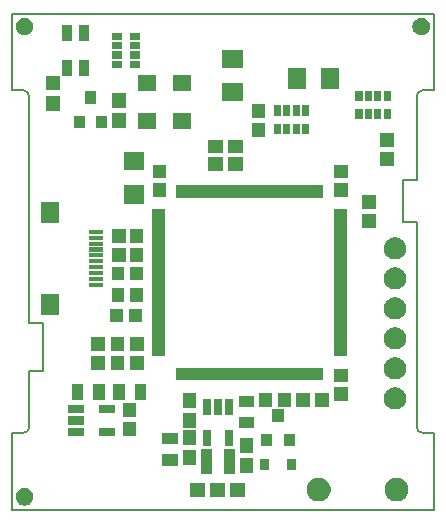
<source format=gbr>
%TF.GenerationSoftware,KiCad,Pcbnew,5.0.2-bee76a0~70~ubuntu18.04.1*%
%TF.CreationDate,2020-02-29T17:30:31-08:00*%
%TF.ProjectId,base,62617365-2e6b-4696-9361-645f70636258,rev?*%
%TF.SameCoordinates,Original*%
%TF.FileFunction,Soldermask,Top*%
%TF.FilePolarity,Negative*%
%FSLAX46Y46*%
G04 Gerber Fmt 4.6, Leading zero omitted, Abs format (unit mm)*
G04 Created by KiCad (PCBNEW 5.0.2-bee76a0~70~ubuntu18.04.1) date Sat 29 Feb 2020 05:30:31 PM PST*
%MOMM*%
%LPD*%
G01*
G04 APERTURE LIST*
%ADD10C,0.150000*%
%ADD11C,0.100000*%
G04 APERTURE END LIST*
D10*
X131000500Y-114280540D02*
X131000500Y-118280540D01*
X162651441Y-102162541D02*
X162651441Y-95050541D01*
X161502382Y-105714800D02*
X162651441Y-105714800D01*
X161502382Y-102162541D02*
X162651441Y-102162541D01*
X129851441Y-123050540D02*
G75*
G02X129351441Y-123550540I-500000J0D01*
G01*
X129351441Y-94550541D02*
G75*
G02X129851441Y-95050541I0J-500000D01*
G01*
X162651441Y-95050541D02*
G75*
G02X163151441Y-94550541I500000J0D01*
G01*
X163151441Y-123550540D02*
G75*
G02X162651441Y-123050540I0J500000D01*
G01*
X128351441Y-88050540D02*
X128351441Y-94550540D01*
X163151441Y-94550541D02*
X164151441Y-94550540D01*
X162651441Y-123050540D02*
X162651441Y-105714800D01*
X164151441Y-123550540D02*
X163151441Y-123550540D01*
X164151441Y-94550540D02*
X164151440Y-88050541D01*
X129851441Y-95050541D02*
X129851441Y-114280540D01*
X128351441Y-94550540D02*
X129351441Y-94550541D01*
X128351441Y-130050540D02*
X162651440Y-130050540D01*
X129851441Y-114280540D02*
X131000500Y-114280540D01*
X161502382Y-102162541D02*
X161502382Y-105714800D01*
X162651440Y-88050540D02*
X128351441Y-88050540D01*
X131000500Y-118280540D02*
X129851441Y-118280540D01*
X128351441Y-123550540D02*
X128351441Y-130050540D01*
X129351441Y-123550540D02*
X128351441Y-123550540D01*
X129851441Y-118280540D02*
X129851441Y-123050540D01*
X162651440Y-130050540D02*
X164151440Y-130050540D01*
X164151440Y-88050541D02*
X162651440Y-88050540D01*
X164151440Y-130050540D02*
X164151441Y-123550540D01*
D11*
G36*
X129668767Y-128228822D02*
X129805258Y-128285359D01*
X129928097Y-128367437D01*
X130032563Y-128471903D01*
X130114641Y-128594742D01*
X130171178Y-128731233D01*
X130200000Y-128876131D01*
X130200000Y-129023869D01*
X130171178Y-129168767D01*
X130114641Y-129305258D01*
X130032563Y-129428097D01*
X129928097Y-129532563D01*
X129805258Y-129614641D01*
X129668767Y-129671178D01*
X129523869Y-129700000D01*
X129376131Y-129700000D01*
X129231233Y-129671178D01*
X129094742Y-129614641D01*
X128971903Y-129532563D01*
X128867437Y-129428097D01*
X128785359Y-129305258D01*
X128728822Y-129168767D01*
X128700000Y-129023869D01*
X128700000Y-128876131D01*
X128728822Y-128731233D01*
X128785359Y-128594742D01*
X128867437Y-128471903D01*
X128971903Y-128367437D01*
X129094742Y-128285359D01*
X129231233Y-128228822D01*
X129376131Y-128200000D01*
X129523869Y-128200000D01*
X129668767Y-128228822D01*
X129668767Y-128228822D01*
G37*
G36*
X161147275Y-127347230D02*
X161244957Y-127366660D01*
X161306298Y-127392069D01*
X161428983Y-127442886D01*
X161594603Y-127553549D01*
X161735451Y-127694397D01*
X161846114Y-127860017D01*
X161922340Y-128044044D01*
X161961200Y-128239405D01*
X161961200Y-128438595D01*
X161922340Y-128633956D01*
X161846114Y-128817983D01*
X161735451Y-128983603D01*
X161594603Y-129124451D01*
X161428983Y-129235114D01*
X161306298Y-129285931D01*
X161244957Y-129311340D01*
X161147275Y-129330770D01*
X161049595Y-129350200D01*
X160850405Y-129350200D01*
X160752725Y-129330770D01*
X160655043Y-129311340D01*
X160593702Y-129285931D01*
X160471017Y-129235114D01*
X160305397Y-129124451D01*
X160164549Y-128983603D01*
X160053886Y-128817983D01*
X159977660Y-128633956D01*
X159938800Y-128438595D01*
X159938800Y-128239405D01*
X159977660Y-128044044D01*
X160053886Y-127860017D01*
X160164549Y-127694397D01*
X160305397Y-127553549D01*
X160471017Y-127442886D01*
X160593702Y-127392069D01*
X160655043Y-127366660D01*
X160752725Y-127347230D01*
X160850405Y-127327800D01*
X161049595Y-127327800D01*
X161147275Y-127347230D01*
X161147275Y-127347230D01*
G37*
G36*
X154547275Y-127347230D02*
X154644957Y-127366660D01*
X154706298Y-127392069D01*
X154828983Y-127442886D01*
X154994603Y-127553549D01*
X155135451Y-127694397D01*
X155246114Y-127860017D01*
X155322340Y-128044044D01*
X155361200Y-128239405D01*
X155361200Y-128438595D01*
X155322340Y-128633956D01*
X155246114Y-128817983D01*
X155135451Y-128983603D01*
X154994603Y-129124451D01*
X154828983Y-129235114D01*
X154706298Y-129285931D01*
X154644957Y-129311340D01*
X154547275Y-129330770D01*
X154449595Y-129350200D01*
X154250405Y-129350200D01*
X154152725Y-129330770D01*
X154055043Y-129311340D01*
X153993702Y-129285931D01*
X153871017Y-129235114D01*
X153705397Y-129124451D01*
X153564549Y-128983603D01*
X153453886Y-128817983D01*
X153377660Y-128633956D01*
X153338800Y-128438595D01*
X153338800Y-128239405D01*
X153377660Y-128044044D01*
X153453886Y-127860017D01*
X153564549Y-127694397D01*
X153705397Y-127553549D01*
X153871017Y-127442886D01*
X153993702Y-127392069D01*
X154055043Y-127366660D01*
X154152725Y-127347230D01*
X154250405Y-127327800D01*
X154449595Y-127327800D01*
X154547275Y-127347230D01*
X154547275Y-127347230D01*
G37*
G36*
X144735741Y-128978580D02*
X143483341Y-128978580D01*
X143483341Y-127826180D01*
X144735741Y-127826180D01*
X144735741Y-128978580D01*
X144735741Y-128978580D01*
G37*
G36*
X146435741Y-128978580D02*
X145182480Y-128978580D01*
X145182480Y-127825780D01*
X146435741Y-127825780D01*
X146435741Y-128978580D01*
X146435741Y-128978580D01*
G37*
G36*
X148134880Y-128978180D02*
X146882480Y-128978180D01*
X146882480Y-127825780D01*
X148134880Y-127825780D01*
X148134880Y-128978180D01*
X148134880Y-128978180D01*
G37*
G36*
X147310300Y-127034800D02*
X146357900Y-127034800D01*
X146357900Y-124882400D01*
X147310300Y-124882400D01*
X147310300Y-127034800D01*
X147310300Y-127034800D01*
G37*
G36*
X145310300Y-127034800D02*
X144357900Y-127034800D01*
X144357900Y-124882400D01*
X145310300Y-124882400D01*
X145310300Y-127034800D01*
X145310300Y-127034800D01*
G37*
G36*
X148823300Y-126926800D02*
X147670900Y-126926800D01*
X147670900Y-125674400D01*
X148823300Y-125674400D01*
X148823300Y-126926800D01*
X148823300Y-126926800D01*
G37*
G36*
X150155300Y-126703800D02*
X149372900Y-126703800D01*
X149372900Y-125721400D01*
X150155300Y-125721400D01*
X150155300Y-126703800D01*
X150155300Y-126703800D01*
G37*
G36*
X152455300Y-126703800D02*
X151672900Y-126703800D01*
X151672900Y-125721400D01*
X152455300Y-125721400D01*
X152455300Y-126703800D01*
X152455300Y-126703800D01*
G37*
G36*
X142446300Y-126318800D02*
X141093900Y-126318800D01*
X141093900Y-125366400D01*
X142446300Y-125366400D01*
X142446300Y-126318800D01*
X142446300Y-126318800D01*
G37*
G36*
X143997300Y-126291800D02*
X142844900Y-126291800D01*
X142844900Y-125039400D01*
X143997300Y-125039400D01*
X143997300Y-126291800D01*
X143997300Y-126291800D01*
G37*
G36*
X148823300Y-125226800D02*
X147670900Y-125226800D01*
X147670900Y-123974400D01*
X148823300Y-123974400D01*
X148823300Y-125226800D01*
X148823300Y-125226800D01*
G37*
G36*
X150440300Y-124690800D02*
X149487900Y-124690800D01*
X149487900Y-123638400D01*
X150440300Y-123638400D01*
X150440300Y-124690800D01*
X150440300Y-124690800D01*
G37*
G36*
X152340300Y-124690800D02*
X151387900Y-124690800D01*
X151387900Y-123638400D01*
X152340300Y-123638400D01*
X152340300Y-124690800D01*
X152340300Y-124690800D01*
G37*
G36*
X145235300Y-124632900D02*
X144532900Y-124632900D01*
X144532900Y-123280500D01*
X145235300Y-123280500D01*
X145235300Y-124632900D01*
X145235300Y-124632900D01*
G37*
G36*
X147135300Y-124632900D02*
X146432900Y-124632900D01*
X146432900Y-123280500D01*
X147135300Y-123280500D01*
X147135300Y-124632900D01*
X147135300Y-124632900D01*
G37*
G36*
X143997300Y-124591800D02*
X142844900Y-124591800D01*
X142844900Y-123339400D01*
X143997300Y-123339400D01*
X143997300Y-124591800D01*
X143997300Y-124591800D01*
G37*
G36*
X142446300Y-124518800D02*
X141093900Y-124518800D01*
X141093900Y-123566400D01*
X142446300Y-123566400D01*
X142446300Y-124518800D01*
X142446300Y-124518800D01*
G37*
G36*
X137076400Y-123801200D02*
X135724000Y-123801200D01*
X135724000Y-123098800D01*
X137076400Y-123098800D01*
X137076400Y-123801200D01*
X137076400Y-123801200D01*
G37*
G36*
X134476200Y-123801200D02*
X133123800Y-123801200D01*
X133123800Y-123098800D01*
X134476200Y-123098800D01*
X134476200Y-123801200D01*
X134476200Y-123801200D01*
G37*
G36*
X138926200Y-123776200D02*
X137773800Y-123776200D01*
X137773800Y-122623800D01*
X138926200Y-122623800D01*
X138926200Y-123776200D01*
X138926200Y-123776200D01*
G37*
G36*
X148923300Y-123143800D02*
X147570900Y-123143800D01*
X147570900Y-122191400D01*
X148923300Y-122191400D01*
X148923300Y-123143800D01*
X148923300Y-123143800D01*
G37*
G36*
X143997300Y-123116800D02*
X142844900Y-123116800D01*
X142844900Y-121864400D01*
X143997300Y-121864400D01*
X143997300Y-123116800D01*
X143997300Y-123116800D01*
G37*
G36*
X134476200Y-122851200D02*
X133123800Y-122851200D01*
X133123800Y-122148800D01*
X134476200Y-122148800D01*
X134476200Y-122851200D01*
X134476200Y-122851200D01*
G37*
G36*
X151390300Y-122590800D02*
X150437900Y-122590800D01*
X150437900Y-121538400D01*
X151390300Y-121538400D01*
X151390300Y-122590800D01*
X151390300Y-122590800D01*
G37*
G36*
X138926200Y-122176200D02*
X137773800Y-122176200D01*
X137773800Y-121023800D01*
X138926200Y-121023800D01*
X138926200Y-122176200D01*
X138926200Y-122176200D01*
G37*
G36*
X146185300Y-122032700D02*
X145482900Y-122032700D01*
X145482900Y-120680300D01*
X146185300Y-120680300D01*
X146185300Y-122032700D01*
X146185300Y-122032700D01*
G37*
G36*
X145235300Y-122032700D02*
X144532900Y-122032700D01*
X144532900Y-120680300D01*
X145235300Y-120680300D01*
X145235300Y-122032700D01*
X145235300Y-122032700D01*
G37*
G36*
X147135300Y-122032700D02*
X146432900Y-122032700D01*
X146432900Y-120680300D01*
X147135300Y-120680300D01*
X147135300Y-122032700D01*
X147135300Y-122032700D01*
G37*
G36*
X134476200Y-121901200D02*
X133123800Y-121901200D01*
X133123800Y-121198800D01*
X134476200Y-121198800D01*
X134476200Y-121901200D01*
X134476200Y-121901200D01*
G37*
G36*
X137076400Y-121901200D02*
X135724000Y-121901200D01*
X135724000Y-121198800D01*
X137076400Y-121198800D01*
X137076400Y-121901200D01*
X137076400Y-121901200D01*
G37*
G36*
X161094230Y-119720916D02*
X161151240Y-119744531D01*
X161265262Y-119791760D01*
X161367879Y-119860327D01*
X161419188Y-119894610D01*
X161550090Y-120025512D01*
X161584373Y-120076821D01*
X161652940Y-120179438D01*
X161723784Y-120350471D01*
X161759900Y-120532038D01*
X161759900Y-120717162D01*
X161723784Y-120898729D01*
X161652940Y-121069762D01*
X161584373Y-121172379D01*
X161550090Y-121223688D01*
X161419188Y-121354590D01*
X161367879Y-121388873D01*
X161265262Y-121457440D01*
X161151240Y-121504669D01*
X161094230Y-121528284D01*
X160912662Y-121564400D01*
X160727538Y-121564400D01*
X160545970Y-121528284D01*
X160488960Y-121504669D01*
X160374938Y-121457440D01*
X160272321Y-121388873D01*
X160221012Y-121354590D01*
X160090110Y-121223688D01*
X160055827Y-121172379D01*
X159987260Y-121069762D01*
X159916416Y-120898729D01*
X159880300Y-120717162D01*
X159880300Y-120532038D01*
X159916416Y-120350471D01*
X159987260Y-120179438D01*
X160055827Y-120076821D01*
X160090110Y-120025512D01*
X160221012Y-119894610D01*
X160272321Y-119860327D01*
X160374938Y-119791760D01*
X160488960Y-119744531D01*
X160545970Y-119720916D01*
X160727538Y-119684800D01*
X160912662Y-119684800D01*
X161094230Y-119720916D01*
X161094230Y-119720916D01*
G37*
G36*
X143997300Y-121416800D02*
X142844900Y-121416800D01*
X142844900Y-120164400D01*
X143997300Y-120164400D01*
X143997300Y-121416800D01*
X143997300Y-121416800D01*
G37*
G36*
X148923300Y-121343800D02*
X147570900Y-121343800D01*
X147570900Y-120391400D01*
X148923300Y-120391400D01*
X148923300Y-121343800D01*
X148923300Y-121343800D01*
G37*
G36*
X150436300Y-121327800D02*
X149283900Y-121327800D01*
X149283900Y-120175400D01*
X150436300Y-120175400D01*
X150436300Y-121327800D01*
X150436300Y-121327800D01*
G37*
G36*
X153611300Y-121327800D02*
X152458900Y-121327800D01*
X152458900Y-120175400D01*
X153611300Y-120175400D01*
X153611300Y-121327800D01*
X153611300Y-121327800D01*
G37*
G36*
X155211300Y-121327800D02*
X154058900Y-121327800D01*
X154058900Y-120175400D01*
X155211300Y-120175400D01*
X155211300Y-121327800D01*
X155211300Y-121327800D01*
G37*
G36*
X152036300Y-121327800D02*
X150883900Y-121327800D01*
X150883900Y-120175400D01*
X152036300Y-120175400D01*
X152036300Y-121327800D01*
X152036300Y-121327800D01*
G37*
G36*
X156824300Y-120857800D02*
X155671900Y-120857800D01*
X155671900Y-119705400D01*
X156824300Y-119705400D01*
X156824300Y-120857800D01*
X156824300Y-120857800D01*
G37*
G36*
X134426200Y-120776200D02*
X133473800Y-120776200D01*
X133473800Y-119423800D01*
X134426200Y-119423800D01*
X134426200Y-120776200D01*
X134426200Y-120776200D01*
G37*
G36*
X136226200Y-120776200D02*
X135273800Y-120776200D01*
X135273800Y-119423800D01*
X136226200Y-119423800D01*
X136226200Y-120776200D01*
X136226200Y-120776200D01*
G37*
G36*
X139726200Y-120726200D02*
X138773800Y-120726200D01*
X138773800Y-119373800D01*
X139726200Y-119373800D01*
X139726200Y-120726200D01*
X139726200Y-120726200D01*
G37*
G36*
X137926200Y-120726200D02*
X136973800Y-120726200D01*
X136973800Y-119373800D01*
X137926200Y-119373800D01*
X137926200Y-120726200D01*
X137926200Y-120726200D01*
G37*
G36*
X156824300Y-119257800D02*
X155671900Y-119257800D01*
X155671900Y-118105400D01*
X156824300Y-118105400D01*
X156824300Y-119257800D01*
X156824300Y-119257800D01*
G37*
G36*
X154727300Y-119091800D02*
X142274900Y-119091800D01*
X142274900Y-118039400D01*
X154727300Y-118039400D01*
X154727300Y-119091800D01*
X154727300Y-119091800D01*
G37*
G36*
X161094230Y-117180916D02*
X161151240Y-117204531D01*
X161265262Y-117251760D01*
X161367879Y-117320327D01*
X161419188Y-117354610D01*
X161550090Y-117485512D01*
X161584373Y-117536821D01*
X161652940Y-117639438D01*
X161723784Y-117810471D01*
X161759900Y-117992038D01*
X161759900Y-118177162D01*
X161723784Y-118358729D01*
X161652940Y-118529762D01*
X161584373Y-118632379D01*
X161550090Y-118683688D01*
X161419188Y-118814590D01*
X161367879Y-118848873D01*
X161265262Y-118917440D01*
X161151240Y-118964669D01*
X161094230Y-118988284D01*
X160912662Y-119024400D01*
X160727538Y-119024400D01*
X160545970Y-118988284D01*
X160488960Y-118964669D01*
X160374938Y-118917440D01*
X160272321Y-118848873D01*
X160221012Y-118814590D01*
X160090110Y-118683688D01*
X160055827Y-118632379D01*
X159987260Y-118529762D01*
X159916416Y-118358729D01*
X159880300Y-118177162D01*
X159880300Y-117992038D01*
X159916416Y-117810471D01*
X159987260Y-117639438D01*
X160055827Y-117536821D01*
X160090110Y-117485512D01*
X160221012Y-117354610D01*
X160272321Y-117320327D01*
X160374938Y-117251760D01*
X160488960Y-117204531D01*
X160545970Y-117180916D01*
X160727538Y-117144800D01*
X160912662Y-117144800D01*
X161094230Y-117180916D01*
X161094230Y-117180916D01*
G37*
G36*
X137901300Y-118190800D02*
X136748900Y-118190800D01*
X136748900Y-117038400D01*
X137901300Y-117038400D01*
X137901300Y-118190800D01*
X137901300Y-118190800D01*
G37*
G36*
X136250300Y-118190800D02*
X135097900Y-118190800D01*
X135097900Y-117038400D01*
X136250300Y-117038400D01*
X136250300Y-118190800D01*
X136250300Y-118190800D01*
G37*
G36*
X139552300Y-118190800D02*
X138399900Y-118190800D01*
X138399900Y-117038400D01*
X139552300Y-117038400D01*
X139552300Y-118190800D01*
X139552300Y-118190800D01*
G37*
G36*
X156747300Y-117071800D02*
X155694900Y-117071800D01*
X155694900Y-104619400D01*
X156747300Y-104619400D01*
X156747300Y-117071800D01*
X156747300Y-117071800D01*
G37*
G36*
X141307300Y-117071800D02*
X140254900Y-117071800D01*
X140254900Y-104619400D01*
X141307300Y-104619400D01*
X141307300Y-117071800D01*
X141307300Y-117071800D01*
G37*
G36*
X139552300Y-116590800D02*
X138399900Y-116590800D01*
X138399900Y-115438400D01*
X139552300Y-115438400D01*
X139552300Y-116590800D01*
X139552300Y-116590800D01*
G37*
G36*
X137901300Y-116590800D02*
X136748900Y-116590800D01*
X136748900Y-115438400D01*
X137901300Y-115438400D01*
X137901300Y-116590800D01*
X137901300Y-116590800D01*
G37*
G36*
X136250300Y-116590800D02*
X135097900Y-116590800D01*
X135097900Y-115438400D01*
X136250300Y-115438400D01*
X136250300Y-116590800D01*
X136250300Y-116590800D01*
G37*
G36*
X161094230Y-114640916D02*
X161151240Y-114664531D01*
X161265262Y-114711760D01*
X161367879Y-114780327D01*
X161419188Y-114814610D01*
X161550090Y-114945512D01*
X161584373Y-114996821D01*
X161652940Y-115099438D01*
X161723784Y-115270471D01*
X161759900Y-115452038D01*
X161759900Y-115637162D01*
X161723784Y-115818729D01*
X161652940Y-115989762D01*
X161584373Y-116092379D01*
X161550090Y-116143688D01*
X161419188Y-116274590D01*
X161367879Y-116308873D01*
X161265262Y-116377440D01*
X161151240Y-116424669D01*
X161094230Y-116448284D01*
X160912662Y-116484400D01*
X160727538Y-116484400D01*
X160545970Y-116448284D01*
X160488960Y-116424669D01*
X160374938Y-116377440D01*
X160272321Y-116308873D01*
X160221012Y-116274590D01*
X160090110Y-116143688D01*
X160055827Y-116092379D01*
X159987260Y-115989762D01*
X159916416Y-115818729D01*
X159880300Y-115637162D01*
X159880300Y-115452038D01*
X159916416Y-115270471D01*
X159987260Y-115099438D01*
X160055827Y-114996821D01*
X160090110Y-114945512D01*
X160221012Y-114814610D01*
X160272321Y-114780327D01*
X160374938Y-114711760D01*
X160488960Y-114664531D01*
X160545970Y-114640916D01*
X160727538Y-114604800D01*
X160912662Y-114604800D01*
X161094230Y-114640916D01*
X161094230Y-114640916D01*
G37*
G36*
X139425200Y-114177700D02*
X138272800Y-114177700D01*
X138272800Y-113025300D01*
X139425200Y-113025300D01*
X139425200Y-114177700D01*
X139425200Y-114177700D01*
G37*
G36*
X137825200Y-114177700D02*
X136672800Y-114177700D01*
X136672800Y-113025300D01*
X137825200Y-113025300D01*
X137825200Y-114177700D01*
X137825200Y-114177700D01*
G37*
G36*
X161094230Y-112100916D02*
X161151240Y-112124531D01*
X161265262Y-112171760D01*
X161367879Y-112240327D01*
X161419188Y-112274610D01*
X161550090Y-112405512D01*
X161584373Y-112456821D01*
X161652940Y-112559438D01*
X161723784Y-112730471D01*
X161759900Y-112912038D01*
X161759900Y-113097162D01*
X161723784Y-113278729D01*
X161652940Y-113449762D01*
X161584373Y-113552379D01*
X161550090Y-113603688D01*
X161419188Y-113734590D01*
X161367879Y-113768873D01*
X161265262Y-113837440D01*
X161151240Y-113884669D01*
X161094230Y-113908284D01*
X160912662Y-113944400D01*
X160727538Y-113944400D01*
X160545970Y-113908284D01*
X160488960Y-113884669D01*
X160374938Y-113837440D01*
X160272321Y-113768873D01*
X160221012Y-113734590D01*
X160090110Y-113603688D01*
X160055827Y-113552379D01*
X159987260Y-113449762D01*
X159916416Y-113278729D01*
X159880300Y-113097162D01*
X159880300Y-112912038D01*
X159916416Y-112730471D01*
X159987260Y-112559438D01*
X160055827Y-112456821D01*
X160090110Y-112405512D01*
X160221012Y-112274610D01*
X160272321Y-112240327D01*
X160374938Y-112171760D01*
X160488960Y-112124531D01*
X160545970Y-112100916D01*
X160727538Y-112064800D01*
X160912662Y-112064800D01*
X161094230Y-112100916D01*
X161094230Y-112100916D01*
G37*
G36*
X132408000Y-113574500D02*
X130810000Y-113574500D01*
X130810000Y-111776500D01*
X132408000Y-111776500D01*
X132408000Y-113574500D01*
X132408000Y-113574500D01*
G37*
G36*
X137902200Y-112474200D02*
X136849800Y-112474200D01*
X136849800Y-111321800D01*
X137902200Y-111321800D01*
X137902200Y-112474200D01*
X137902200Y-112474200D01*
G37*
G36*
X139452200Y-112474200D02*
X138399800Y-112474200D01*
X138399800Y-111321800D01*
X139452200Y-111321800D01*
X139452200Y-112474200D01*
X139452200Y-112474200D01*
G37*
G36*
X161094230Y-109560916D02*
X161151240Y-109584531D01*
X161265262Y-109631760D01*
X161366641Y-109699500D01*
X161419188Y-109734610D01*
X161550090Y-109865512D01*
X161584373Y-109916821D01*
X161652940Y-110019438D01*
X161723784Y-110190471D01*
X161759900Y-110372038D01*
X161759900Y-110557162D01*
X161723784Y-110738729D01*
X161652940Y-110909762D01*
X161584373Y-111012379D01*
X161550090Y-111063688D01*
X161419188Y-111194590D01*
X161367879Y-111228873D01*
X161265262Y-111297440D01*
X161151240Y-111344669D01*
X161094230Y-111368284D01*
X160912662Y-111404400D01*
X160727538Y-111404400D01*
X160545970Y-111368284D01*
X160488960Y-111344669D01*
X160374938Y-111297440D01*
X160272321Y-111228873D01*
X160221012Y-111194590D01*
X160090110Y-111063688D01*
X160055827Y-111012379D01*
X159987260Y-110909762D01*
X159916416Y-110738729D01*
X159880300Y-110557162D01*
X159880300Y-110372038D01*
X159916416Y-110190471D01*
X159987260Y-110019438D01*
X160055827Y-109916821D01*
X160090110Y-109865512D01*
X160221012Y-109734610D01*
X160273559Y-109699500D01*
X160374938Y-109631760D01*
X160488960Y-109584531D01*
X160545970Y-109560916D01*
X160727538Y-109524800D01*
X160912662Y-109524800D01*
X161094230Y-109560916D01*
X161094230Y-109560916D01*
G37*
G36*
X136108000Y-111199500D02*
X134910000Y-111199500D01*
X134910000Y-110851500D01*
X136108000Y-110851500D01*
X136108000Y-111199500D01*
X136108000Y-111199500D01*
G37*
G36*
X136108000Y-110699500D02*
X134910000Y-110699500D01*
X134910000Y-110351500D01*
X136108000Y-110351500D01*
X136108000Y-110699500D01*
X136108000Y-110699500D01*
G37*
G36*
X139452200Y-110624200D02*
X138399800Y-110624200D01*
X138399800Y-109471800D01*
X139452200Y-109471800D01*
X139452200Y-110624200D01*
X139452200Y-110624200D01*
G37*
G36*
X137902200Y-110624200D02*
X136849800Y-110624200D01*
X136849800Y-109471800D01*
X137902200Y-109471800D01*
X137902200Y-110624200D01*
X137902200Y-110624200D01*
G37*
G36*
X136108000Y-110199500D02*
X134910000Y-110199500D01*
X134910000Y-109851500D01*
X136108000Y-109851500D01*
X136108000Y-110199500D01*
X136108000Y-110199500D01*
G37*
G36*
X136108000Y-109699500D02*
X134910000Y-109699500D01*
X134910000Y-109351500D01*
X136108000Y-109351500D01*
X136108000Y-109699500D01*
X136108000Y-109699500D01*
G37*
G36*
X136108000Y-109199500D02*
X134910000Y-109199500D01*
X134910000Y-108851500D01*
X136108000Y-108851500D01*
X136108000Y-109199500D01*
X136108000Y-109199500D01*
G37*
G36*
X138053700Y-109072200D02*
X136901300Y-109072200D01*
X136901300Y-107919800D01*
X138053700Y-107919800D01*
X138053700Y-109072200D01*
X138053700Y-109072200D01*
G37*
G36*
X139514200Y-109072200D02*
X138361800Y-109072200D01*
X138361800Y-107919800D01*
X139514200Y-107919800D01*
X139514200Y-109072200D01*
X139514200Y-109072200D01*
G37*
G36*
X161094230Y-107020916D02*
X161151240Y-107044531D01*
X161265262Y-107091760D01*
X161367879Y-107160327D01*
X161419188Y-107194610D01*
X161550090Y-107325512D01*
X161567454Y-107351500D01*
X161652940Y-107479438D01*
X161691197Y-107571800D01*
X161723784Y-107650470D01*
X161759900Y-107832038D01*
X161759900Y-108017162D01*
X161723784Y-108198729D01*
X161652940Y-108369762D01*
X161584373Y-108472379D01*
X161550090Y-108523688D01*
X161419188Y-108654590D01*
X161367879Y-108688873D01*
X161265262Y-108757440D01*
X161151240Y-108804669D01*
X161094230Y-108828284D01*
X160912662Y-108864400D01*
X160727538Y-108864400D01*
X160545970Y-108828284D01*
X160488960Y-108804669D01*
X160374938Y-108757440D01*
X160272321Y-108688873D01*
X160221012Y-108654590D01*
X160090110Y-108523688D01*
X160055827Y-108472379D01*
X159987260Y-108369762D01*
X159916416Y-108198729D01*
X159880300Y-108017162D01*
X159880300Y-107832038D01*
X159916416Y-107650470D01*
X159949003Y-107571800D01*
X159987260Y-107479438D01*
X160072746Y-107351500D01*
X160090110Y-107325512D01*
X160221012Y-107194610D01*
X160272321Y-107160327D01*
X160374938Y-107091760D01*
X160488960Y-107044531D01*
X160545970Y-107020916D01*
X160727538Y-106984800D01*
X160912662Y-106984800D01*
X161094230Y-107020916D01*
X161094230Y-107020916D01*
G37*
G36*
X136108000Y-108699500D02*
X134910000Y-108699500D01*
X134910000Y-108351500D01*
X136108000Y-108351500D01*
X136108000Y-108699500D01*
X136108000Y-108699500D01*
G37*
G36*
X136108000Y-108199500D02*
X134910000Y-108199500D01*
X134910000Y-107851500D01*
X136108000Y-107851500D01*
X136108000Y-108199500D01*
X136108000Y-108199500D01*
G37*
G36*
X136108000Y-107699500D02*
X134910000Y-107699500D01*
X134910000Y-107351500D01*
X136108000Y-107351500D01*
X136108000Y-107699500D01*
X136108000Y-107699500D01*
G37*
G36*
X139514200Y-107472200D02*
X138361800Y-107472200D01*
X138361800Y-106319800D01*
X139514200Y-106319800D01*
X139514200Y-107472200D01*
X139514200Y-107472200D01*
G37*
G36*
X138053700Y-107472200D02*
X136901300Y-107472200D01*
X136901300Y-106319800D01*
X138053700Y-106319800D01*
X138053700Y-107472200D01*
X138053700Y-107472200D01*
G37*
G36*
X136108000Y-107199500D02*
X134910000Y-107199500D01*
X134910000Y-106851500D01*
X136108000Y-106851500D01*
X136108000Y-107199500D01*
X136108000Y-107199500D01*
G37*
G36*
X136108000Y-106699500D02*
X134910000Y-106699500D01*
X134910000Y-106351500D01*
X136108000Y-106351500D01*
X136108000Y-106699500D01*
X136108000Y-106699500D01*
G37*
G36*
X159173800Y-106176600D02*
X158021400Y-106176600D01*
X158021400Y-105024200D01*
X159173800Y-105024200D01*
X159173800Y-106176600D01*
X159173800Y-106176600D01*
G37*
G36*
X132408000Y-105774500D02*
X130810000Y-105774500D01*
X130810000Y-103976500D01*
X132408000Y-103976500D01*
X132408000Y-105774500D01*
X132408000Y-105774500D01*
G37*
G36*
X159173800Y-104576600D02*
X158021400Y-104576600D01*
X158021400Y-103424200D01*
X159173800Y-103424200D01*
X159173800Y-104576600D01*
X159173800Y-104576600D01*
G37*
G36*
X139598300Y-104131800D02*
X137845900Y-104131800D01*
X137845900Y-102579400D01*
X139598300Y-102579400D01*
X139598300Y-104131800D01*
X139598300Y-104131800D01*
G37*
G36*
X154727300Y-103651800D02*
X142274900Y-103651800D01*
X142274900Y-102599400D01*
X154727300Y-102599400D01*
X154727300Y-103651800D01*
X154727300Y-103651800D01*
G37*
G36*
X141457300Y-103585800D02*
X140304900Y-103585800D01*
X140304900Y-102433400D01*
X141457300Y-102433400D01*
X141457300Y-103585800D01*
X141457300Y-103585800D01*
G37*
G36*
X156824300Y-103585800D02*
X155671900Y-103585800D01*
X155671900Y-102433400D01*
X156824300Y-102433400D01*
X156824300Y-103585800D01*
X156824300Y-103585800D01*
G37*
G36*
X141457300Y-101985800D02*
X140304900Y-101985800D01*
X140304900Y-100833400D01*
X141457300Y-100833400D01*
X141457300Y-101985800D01*
X141457300Y-101985800D01*
G37*
G36*
X156824300Y-101985800D02*
X155671900Y-101985800D01*
X155671900Y-100833400D01*
X156824300Y-100833400D01*
X156824300Y-101985800D01*
X156824300Y-101985800D01*
G37*
G36*
X146226200Y-101376200D02*
X144973800Y-101376200D01*
X144973800Y-100223800D01*
X146226200Y-100223800D01*
X146226200Y-101376200D01*
X146226200Y-101376200D01*
G37*
G36*
X147926200Y-101376200D02*
X146673800Y-101376200D01*
X146673800Y-100223800D01*
X147926200Y-100223800D01*
X147926200Y-101376200D01*
X147926200Y-101376200D01*
G37*
G36*
X139598300Y-101331800D02*
X137845900Y-101331800D01*
X137845900Y-99779400D01*
X139598300Y-99779400D01*
X139598300Y-101331800D01*
X139598300Y-101331800D01*
G37*
G36*
X160726200Y-100926200D02*
X159573800Y-100926200D01*
X159573800Y-99773800D01*
X160726200Y-99773800D01*
X160726200Y-100926200D01*
X160726200Y-100926200D01*
G37*
G36*
X147926200Y-99876200D02*
X146673800Y-99876200D01*
X146673800Y-98723800D01*
X147926200Y-98723800D01*
X147926200Y-99876200D01*
X147926200Y-99876200D01*
G37*
G36*
X146226200Y-99876200D02*
X144973800Y-99876200D01*
X144973800Y-98723800D01*
X146226200Y-98723800D01*
X146226200Y-99876200D01*
X146226200Y-99876200D01*
G37*
G36*
X160726200Y-99326200D02*
X159573800Y-99326200D01*
X159573800Y-98173800D01*
X160726200Y-98173800D01*
X160726200Y-99326200D01*
X160726200Y-99326200D01*
G37*
G36*
X149826200Y-98476200D02*
X148673800Y-98476200D01*
X148673800Y-97323800D01*
X149826200Y-97323800D01*
X149826200Y-98476200D01*
X149826200Y-98476200D01*
G37*
G36*
X152770300Y-98233800D02*
X152167900Y-98233800D01*
X152167900Y-97381400D01*
X152770300Y-97381400D01*
X152770300Y-98233800D01*
X152770300Y-98233800D01*
G37*
G36*
X153570300Y-98233800D02*
X152967900Y-98233800D01*
X152967900Y-97381400D01*
X153570300Y-97381400D01*
X153570300Y-98233800D01*
X153570300Y-98233800D01*
G37*
G36*
X151970300Y-98233800D02*
X151367900Y-98233800D01*
X151367900Y-97381400D01*
X151970300Y-97381400D01*
X151970300Y-98233800D01*
X151970300Y-98233800D01*
G37*
G36*
X151170300Y-98233800D02*
X150567900Y-98233800D01*
X150567900Y-97381400D01*
X151170300Y-97381400D01*
X151170300Y-98233800D01*
X151170300Y-98233800D01*
G37*
G36*
X140603200Y-97780200D02*
X139050800Y-97780200D01*
X139050800Y-96427800D01*
X140603200Y-96427800D01*
X140603200Y-97780200D01*
X140603200Y-97780200D01*
G37*
G36*
X143587700Y-97780200D02*
X142035300Y-97780200D01*
X142035300Y-96427800D01*
X143587700Y-96427800D01*
X143587700Y-97780200D01*
X143587700Y-97780200D01*
G37*
G36*
X134565300Y-97766800D02*
X133612900Y-97766800D01*
X133612900Y-96714400D01*
X134565300Y-96714400D01*
X134565300Y-97766800D01*
X134565300Y-97766800D01*
G37*
G36*
X136465300Y-97766800D02*
X135512900Y-97766800D01*
X135512900Y-96714400D01*
X136465300Y-96714400D01*
X136465300Y-97766800D01*
X136465300Y-97766800D01*
G37*
G36*
X138028300Y-97716800D02*
X136875900Y-97716800D01*
X136875900Y-96464400D01*
X138028300Y-96464400D01*
X138028300Y-97716800D01*
X138028300Y-97716800D01*
G37*
G36*
X158070300Y-97010800D02*
X157467900Y-97010800D01*
X157467900Y-96158400D01*
X158070300Y-96158400D01*
X158070300Y-97010800D01*
X158070300Y-97010800D01*
G37*
G36*
X160470300Y-97010800D02*
X159867900Y-97010800D01*
X159867900Y-96158400D01*
X160470300Y-96158400D01*
X160470300Y-97010800D01*
X160470300Y-97010800D01*
G37*
G36*
X158870300Y-97010800D02*
X158267900Y-97010800D01*
X158267900Y-96158400D01*
X158870300Y-96158400D01*
X158870300Y-97010800D01*
X158870300Y-97010800D01*
G37*
G36*
X159670300Y-97010800D02*
X159067900Y-97010800D01*
X159067900Y-96158400D01*
X159670300Y-96158400D01*
X159670300Y-97010800D01*
X159670300Y-97010800D01*
G37*
G36*
X149826200Y-96876200D02*
X148673800Y-96876200D01*
X148673800Y-95723800D01*
X149826200Y-95723800D01*
X149826200Y-96876200D01*
X149826200Y-96876200D01*
G37*
G36*
X151970300Y-96683800D02*
X151367900Y-96683800D01*
X151367900Y-95831400D01*
X151970300Y-95831400D01*
X151970300Y-96683800D01*
X151970300Y-96683800D01*
G37*
G36*
X153570300Y-96683800D02*
X152967900Y-96683800D01*
X152967900Y-95831400D01*
X153570300Y-95831400D01*
X153570300Y-96683800D01*
X153570300Y-96683800D01*
G37*
G36*
X152770300Y-96683800D02*
X152167900Y-96683800D01*
X152167900Y-95831400D01*
X152770300Y-95831400D01*
X152770300Y-96683800D01*
X152770300Y-96683800D01*
G37*
G36*
X151170300Y-96683800D02*
X150567900Y-96683800D01*
X150567900Y-95831400D01*
X151170300Y-95831400D01*
X151170300Y-96683800D01*
X151170300Y-96683800D01*
G37*
G36*
X132465200Y-96257200D02*
X131312800Y-96257200D01*
X131312800Y-95004800D01*
X132465200Y-95004800D01*
X132465200Y-96257200D01*
X132465200Y-96257200D01*
G37*
G36*
X138028300Y-96016800D02*
X136875900Y-96016800D01*
X136875900Y-94764400D01*
X138028300Y-94764400D01*
X138028300Y-96016800D01*
X138028300Y-96016800D01*
G37*
G36*
X135515300Y-95666800D02*
X134562900Y-95666800D01*
X134562900Y-94614400D01*
X135515300Y-94614400D01*
X135515300Y-95666800D01*
X135515300Y-95666800D01*
G37*
G36*
X147926200Y-95476200D02*
X146173800Y-95476200D01*
X146173800Y-93923800D01*
X147926200Y-93923800D01*
X147926200Y-95476200D01*
X147926200Y-95476200D01*
G37*
G36*
X158070300Y-95460800D02*
X157467900Y-95460800D01*
X157467900Y-94608400D01*
X158070300Y-94608400D01*
X158070300Y-95460800D01*
X158070300Y-95460800D01*
G37*
G36*
X158870300Y-95460800D02*
X158267900Y-95460800D01*
X158267900Y-94608400D01*
X158870300Y-94608400D01*
X158870300Y-95460800D01*
X158870300Y-95460800D01*
G37*
G36*
X159670300Y-95460800D02*
X159067900Y-95460800D01*
X159067900Y-94608400D01*
X159670300Y-94608400D01*
X159670300Y-95460800D01*
X159670300Y-95460800D01*
G37*
G36*
X160470300Y-95460800D02*
X159867900Y-95460800D01*
X159867900Y-94608400D01*
X160470300Y-94608400D01*
X160470300Y-95460800D01*
X160470300Y-95460800D01*
G37*
G36*
X140603200Y-94580200D02*
X139050800Y-94580200D01*
X139050800Y-93227800D01*
X140603200Y-93227800D01*
X140603200Y-94580200D01*
X140603200Y-94580200D01*
G37*
G36*
X143587700Y-94580200D02*
X142035300Y-94580200D01*
X142035300Y-93227800D01*
X143587700Y-93227800D01*
X143587700Y-94580200D01*
X143587700Y-94580200D01*
G37*
G36*
X132465200Y-94557200D02*
X131312800Y-94557200D01*
X131312800Y-93304800D01*
X132465200Y-93304800D01*
X132465200Y-94557200D01*
X132465200Y-94557200D01*
G37*
G36*
X153276200Y-94426200D02*
X151723800Y-94426200D01*
X151723800Y-92673800D01*
X153276200Y-92673800D01*
X153276200Y-94426200D01*
X153276200Y-94426200D01*
G37*
G36*
X156076200Y-94426200D02*
X154523800Y-94426200D01*
X154523800Y-92673800D01*
X156076200Y-92673800D01*
X156076200Y-94426200D01*
X156076200Y-94426200D01*
G37*
G36*
X133495300Y-93336800D02*
X132642900Y-93336800D01*
X132642900Y-91984400D01*
X133495300Y-91984400D01*
X133495300Y-93336800D01*
X133495300Y-93336800D01*
G37*
G36*
X134895300Y-93336800D02*
X134042900Y-93336800D01*
X134042900Y-91984400D01*
X134895300Y-91984400D01*
X134895300Y-93336800D01*
X134895300Y-93336800D01*
G37*
G36*
X147926200Y-92676200D02*
X146173800Y-92676200D01*
X146173800Y-91123800D01*
X147926200Y-91123800D01*
X147926200Y-92676200D01*
X147926200Y-92676200D01*
G37*
G36*
X139224800Y-92661800D02*
X138372400Y-92661800D01*
X138372400Y-92059400D01*
X139224800Y-92059400D01*
X139224800Y-92661800D01*
X139224800Y-92661800D01*
G37*
G36*
X137674800Y-92661800D02*
X136822400Y-92661800D01*
X136822400Y-92059400D01*
X137674800Y-92059400D01*
X137674800Y-92661800D01*
X137674800Y-92661800D01*
G37*
G36*
X139224800Y-91861800D02*
X138372400Y-91861800D01*
X138372400Y-91259400D01*
X139224800Y-91259400D01*
X139224800Y-91861800D01*
X139224800Y-91861800D01*
G37*
G36*
X137674800Y-91861800D02*
X136822400Y-91861800D01*
X136822400Y-91259400D01*
X137674800Y-91259400D01*
X137674800Y-91861800D01*
X137674800Y-91861800D01*
G37*
G36*
X137674800Y-91061800D02*
X136822400Y-91061800D01*
X136822400Y-90459400D01*
X137674800Y-90459400D01*
X137674800Y-91061800D01*
X137674800Y-91061800D01*
G37*
G36*
X139224800Y-91061800D02*
X138372400Y-91061800D01*
X138372400Y-90459400D01*
X139224800Y-90459400D01*
X139224800Y-91061800D01*
X139224800Y-91061800D01*
G37*
G36*
X134895300Y-90336800D02*
X134042900Y-90336800D01*
X134042900Y-88984400D01*
X134895300Y-88984400D01*
X134895300Y-90336800D01*
X134895300Y-90336800D01*
G37*
G36*
X133495300Y-90336800D02*
X132642900Y-90336800D01*
X132642900Y-88984400D01*
X133495300Y-88984400D01*
X133495300Y-90336800D01*
X133495300Y-90336800D01*
G37*
G36*
X137674800Y-90261800D02*
X136822400Y-90261800D01*
X136822400Y-89659400D01*
X137674800Y-89659400D01*
X137674800Y-90261800D01*
X137674800Y-90261800D01*
G37*
G36*
X139224800Y-90261800D02*
X138372400Y-90261800D01*
X138372400Y-89659400D01*
X139224800Y-89659400D01*
X139224800Y-90261800D01*
X139224800Y-90261800D01*
G37*
G36*
X163268767Y-88428822D02*
X163405258Y-88485359D01*
X163528097Y-88567437D01*
X163632563Y-88671903D01*
X163714641Y-88794742D01*
X163771178Y-88931233D01*
X163800000Y-89076131D01*
X163800000Y-89223869D01*
X163771178Y-89368767D01*
X163714641Y-89505258D01*
X163632563Y-89628097D01*
X163528097Y-89732563D01*
X163405258Y-89814641D01*
X163268767Y-89871178D01*
X163123869Y-89900000D01*
X162976131Y-89900000D01*
X162831233Y-89871178D01*
X162694742Y-89814641D01*
X162571903Y-89732563D01*
X162467437Y-89628097D01*
X162385359Y-89505258D01*
X162328822Y-89368767D01*
X162300000Y-89223869D01*
X162300000Y-89076131D01*
X162328822Y-88931233D01*
X162385359Y-88794742D01*
X162467437Y-88671903D01*
X162571903Y-88567437D01*
X162694742Y-88485359D01*
X162831233Y-88428822D01*
X162976131Y-88400000D01*
X163123869Y-88400000D01*
X163268767Y-88428822D01*
X163268767Y-88428822D01*
G37*
G36*
X129668767Y-88428822D02*
X129805258Y-88485359D01*
X129928097Y-88567437D01*
X130032563Y-88671903D01*
X130114641Y-88794742D01*
X130171178Y-88931233D01*
X130200000Y-89076131D01*
X130200000Y-89223869D01*
X130171178Y-89368767D01*
X130114641Y-89505258D01*
X130032563Y-89628097D01*
X129928097Y-89732563D01*
X129805258Y-89814641D01*
X129668767Y-89871178D01*
X129523869Y-89900000D01*
X129376131Y-89900000D01*
X129231233Y-89871178D01*
X129094742Y-89814641D01*
X128971903Y-89732563D01*
X128867437Y-89628097D01*
X128785359Y-89505258D01*
X128728822Y-89368767D01*
X128700000Y-89223869D01*
X128700000Y-89076131D01*
X128728822Y-88931233D01*
X128785359Y-88794742D01*
X128867437Y-88671903D01*
X128971903Y-88567437D01*
X129094742Y-88485359D01*
X129231233Y-88428822D01*
X129376131Y-88400000D01*
X129523869Y-88400000D01*
X129668767Y-88428822D01*
X129668767Y-88428822D01*
G37*
M02*

</source>
